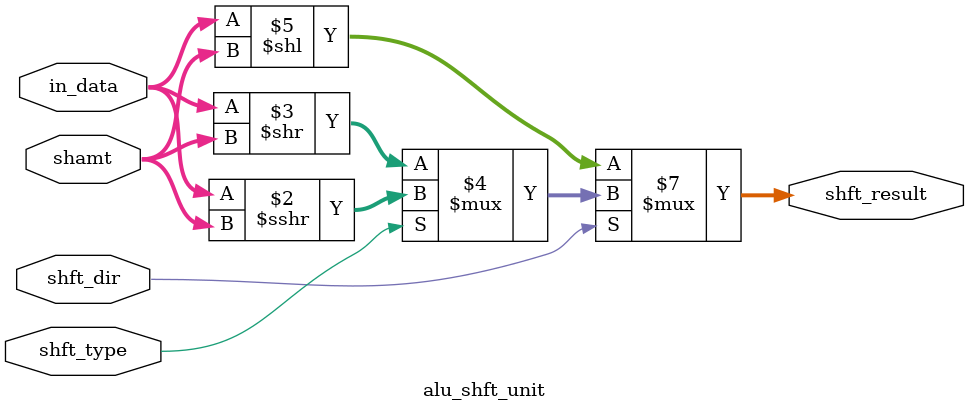
<source format=v>
`timescale 1ns/10ps

module alu_shft_unit    #(  parameter N = 32,
                            parameter S = 5     )
                            
                        (   input   [N-1:0] in_data,        // N bit wide Data to be shifted
                            input   [S-1:0] shamt,          // Shift amount
                            input           shft_dir,       // Select shift direction -> shft_dir = 0; Left Shift , shft_dir = 1; Right Shift
                            input           shft_type,      // Select shift type -> shft_type = 0; Logical Shift, shft_type = 1; Arithmatic Shift
                            
                            output  [N-1:0] shft_result     // Final result shifted by shift amount (shamt)
                        );
                        
	reg	[N-1:0]	shft_result;
	
	always @* begin
		if (shft_dir) shft_result = (shft_type) ? $signed(in_data) >>> shamt : in_data >> shamt;
		else shft_result = in_data << shamt;
	end
    
endmodule

</source>
